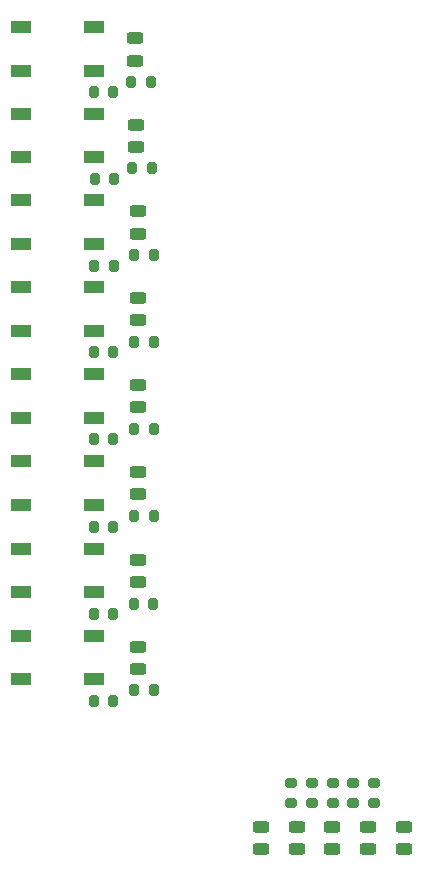
<source format=gbr>
%TF.GenerationSoftware,KiCad,Pcbnew,8.0.3*%
%TF.CreationDate,2025-07-14T16:27:36+02:00*%
%TF.ProjectId,distributionPCB,64697374-7269-4627-9574-696f6e504342,rev?*%
%TF.SameCoordinates,Original*%
%TF.FileFunction,Paste,Top*%
%TF.FilePolarity,Positive*%
%FSLAX46Y46*%
G04 Gerber Fmt 4.6, Leading zero omitted, Abs format (unit mm)*
G04 Created by KiCad (PCBNEW 8.0.3) date 2025-07-14 16:27:36*
%MOMM*%
%LPD*%
G01*
G04 APERTURE LIST*
G04 Aperture macros list*
%AMRoundRect*
0 Rectangle with rounded corners*
0 $1 Rounding radius*
0 $2 $3 $4 $5 $6 $7 $8 $9 X,Y pos of 4 corners*
0 Add a 4 corners polygon primitive as box body*
4,1,4,$2,$3,$4,$5,$6,$7,$8,$9,$2,$3,0*
0 Add four circle primitives for the rounded corners*
1,1,$1+$1,$2,$3*
1,1,$1+$1,$4,$5*
1,1,$1+$1,$6,$7*
1,1,$1+$1,$8,$9*
0 Add four rect primitives between the rounded corners*
20,1,$1+$1,$2,$3,$4,$5,0*
20,1,$1+$1,$4,$5,$6,$7,0*
20,1,$1+$1,$6,$7,$8,$9,0*
20,1,$1+$1,$8,$9,$2,$3,0*%
G04 Aperture macros list end*
%ADD10RoundRect,0.200000X0.200000X0.275000X-0.200000X0.275000X-0.200000X-0.275000X0.200000X-0.275000X0*%
%ADD11RoundRect,0.200000X0.275000X-0.200000X0.275000X0.200000X-0.275000X0.200000X-0.275000X-0.200000X0*%
%ADD12RoundRect,0.243750X0.456250X-0.243750X0.456250X0.243750X-0.456250X0.243750X-0.456250X-0.243750X0*%
%ADD13RoundRect,0.243750X-0.456250X0.243750X-0.456250X-0.243750X0.456250X-0.243750X0.456250X0.243750X0*%
%ADD14R,1.800000X1.100000*%
G04 APERTURE END LIST*
D10*
%TO.C,R5*%
X92234000Y-76280000D03*
X90584000Y-76280000D03*
%TD*%
D11*
%TO.C,R18*%
X105819001Y-129984000D03*
X105819001Y-128334000D03*
%TD*%
D12*
%TO.C,D13*%
X113576200Y-133947100D03*
X113576200Y-132072100D03*
%TD*%
D13*
%TO.C,D3*%
X91090600Y-79934900D03*
X91090600Y-81809900D03*
%TD*%
D14*
%TO.C,SW7*%
X81156800Y-108492200D03*
X87356800Y-108492200D03*
X81156800Y-112192200D03*
X87356800Y-112192200D03*
%TD*%
D11*
%TO.C,R20*%
X109318999Y-129984000D03*
X109318999Y-128334000D03*
%TD*%
D14*
%TO.C,SW8*%
X81156800Y-115857800D03*
X87356800Y-115857800D03*
X81156800Y-119557800D03*
X87356800Y-119557800D03*
%TD*%
%TO.C,SW6*%
X81156800Y-101075000D03*
X87356800Y-101075000D03*
X81156800Y-104775000D03*
X87356800Y-104775000D03*
%TD*%
D10*
%TO.C,R26*%
X92398200Y-113150600D03*
X90748200Y-113150600D03*
%TD*%
D13*
%TO.C,D2*%
X90911600Y-72594300D03*
X90911600Y-74469300D03*
%TD*%
D10*
%TO.C,R12*%
X89009400Y-99218200D03*
X87359400Y-99218200D03*
%TD*%
D13*
%TO.C,D1*%
X90860800Y-65283300D03*
X90860800Y-67158300D03*
%TD*%
D10*
%TO.C,R22*%
X92413000Y-105727000D03*
X90763000Y-105727000D03*
%TD*%
D11*
%TO.C,R21*%
X111069000Y-129984000D03*
X111069000Y-128334000D03*
%TD*%
D12*
%TO.C,D9*%
X101536200Y-133947100D03*
X101536200Y-132072100D03*
%TD*%
D14*
%TO.C,SW2*%
X81156800Y-64350800D03*
X87356800Y-64350800D03*
X81156800Y-68050800D03*
X87356800Y-68050800D03*
%TD*%
D10*
%TO.C,R6*%
X89018800Y-84531200D03*
X87368800Y-84531200D03*
%TD*%
D11*
%TO.C,R17*%
X104069000Y-129984000D03*
X104069000Y-128334000D03*
%TD*%
D10*
%TO.C,R23*%
X89008200Y-69858000D03*
X87358200Y-69858000D03*
%TD*%
%TO.C,R24*%
X89009400Y-114014200D03*
X87359400Y-114014200D03*
%TD*%
D12*
%TO.C,D10*%
X104546200Y-133947100D03*
X104546200Y-132072100D03*
%TD*%
D10*
%TO.C,R15*%
X88984000Y-106641400D03*
X87334000Y-106641400D03*
%TD*%
D12*
%TO.C,D11*%
X107556200Y-133947100D03*
X107556200Y-132072100D03*
%TD*%
D10*
%TO.C,R2*%
X92183200Y-68969000D03*
X90533200Y-68969000D03*
%TD*%
D14*
%TO.C,SW5*%
X81156800Y-93683600D03*
X87356800Y-93683600D03*
X81156800Y-97383600D03*
X87356800Y-97383600D03*
%TD*%
D12*
%TO.C,D12*%
X110566200Y-133947100D03*
X110566200Y-132072100D03*
%TD*%
D14*
%TO.C,SW1*%
X81156800Y-71661800D03*
X87356800Y-71661800D03*
X81156800Y-75361800D03*
X87356800Y-75361800D03*
%TD*%
D13*
%TO.C,D6*%
X91090600Y-102007500D03*
X91090600Y-103882500D03*
%TD*%
D14*
%TO.C,SW3*%
X81156800Y-79002400D03*
X87356800Y-79002400D03*
X81156800Y-82702400D03*
X87356800Y-82702400D03*
%TD*%
D10*
%TO.C,R29*%
X92413000Y-120471800D03*
X90763000Y-120471800D03*
%TD*%
D13*
%TO.C,D7*%
X91090600Y-109424700D03*
X91090600Y-111299700D03*
%TD*%
D10*
%TO.C,R11*%
X92413000Y-90982200D03*
X90763000Y-90982200D03*
%TD*%
D13*
%TO.C,D5*%
X91090600Y-94616100D03*
X91090600Y-96491100D03*
%TD*%
D14*
%TO.C,SW4*%
X81156800Y-86343000D03*
X87356800Y-86343000D03*
X81156800Y-90043000D03*
X87356800Y-90043000D03*
%TD*%
D10*
%TO.C,R14*%
X92413000Y-98329200D03*
X90763000Y-98329200D03*
%TD*%
D11*
%TO.C,R19*%
X107569000Y-129984000D03*
X107569000Y-128334000D03*
%TD*%
D10*
%TO.C,R27*%
X89009400Y-121386200D03*
X87359400Y-121386200D03*
%TD*%
%TO.C,R9*%
X89009400Y-91871200D03*
X87359400Y-91871200D03*
%TD*%
%TO.C,R8*%
X92413000Y-83635200D03*
X90763000Y-83635200D03*
%TD*%
%TO.C,R3*%
X89059000Y-77194400D03*
X87409000Y-77194400D03*
%TD*%
D13*
%TO.C,D8*%
X91090600Y-116790300D03*
X91090600Y-118665300D03*
%TD*%
%TO.C,D4*%
X91090600Y-87275500D03*
X91090600Y-89150500D03*
%TD*%
M02*

</source>
